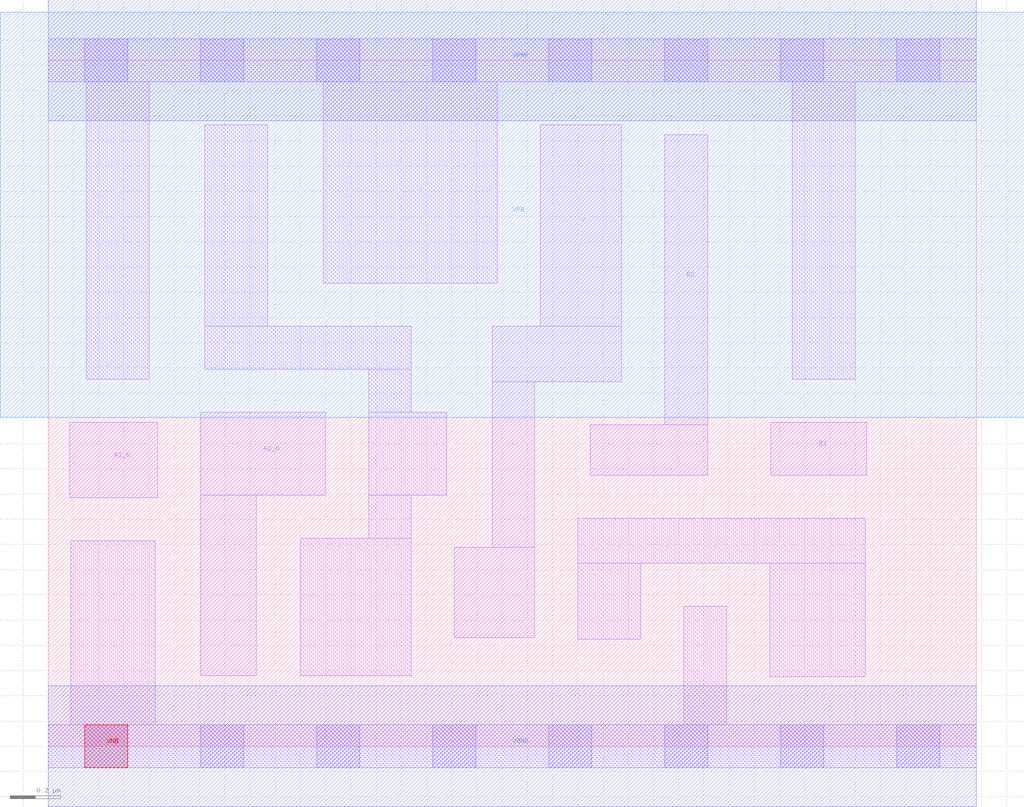
<source format=lef>
# Copyright 2020 The SkyWater PDK Authors
#
# Licensed under the Apache License, Version 2.0 (the "License");
# you may not use this file except in compliance with the License.
# You may obtain a copy of the License at
#
#     https://www.apache.org/licenses/LICENSE-2.0
#
# Unless required by applicable law or agreed to in writing, software
# distributed under the License is distributed on an "AS IS" BASIS,
# WITHOUT WARRANTIES OR CONDITIONS OF ANY KIND, either express or implied.
# See the License for the specific language governing permissions and
# limitations under the License.
#
# SPDX-License-Identifier: Apache-2.0

VERSION 5.7 ;
  NOWIREEXTENSIONATPIN ON ;
  DIVIDERCHAR "/" ;
  BUSBITCHARS "[]" ;
PROPERTYDEFINITIONS
  MACRO maskLayoutSubType STRING ;
  MACRO prCellType STRING ;
  MACRO originalViewName STRING ;
END PROPERTYDEFINITIONS
MACRO sky130_fd_sc_hdll__o2bb2ai_1
  CLASS CORE ;
  FOREIGN sky130_fd_sc_hdll__o2bb2ai_1 ;
  ORIGIN  0.000000  0.000000 ;
  SIZE  3.680000 BY  2.720000 ;
  SYMMETRY X Y R90 ;
  SITE unithd ;
  PIN A1_N
    ANTENNAGATEAREA  0.277500 ;
    DIRECTION INPUT ;
    USE SIGNAL ;
    PORT
      LAYER li1 ;
        RECT 0.085000 0.985000 0.435000 1.285000 ;
    END
  END A1_N
  PIN A2_N
    ANTENNAGATEAREA  0.277500 ;
    DIRECTION INPUT ;
    USE SIGNAL ;
    PORT
      LAYER li1 ;
        RECT 0.605000 0.280000 0.825000 0.995000 ;
        RECT 0.605000 0.995000 1.100000 1.325000 ;
    END
  END A2_N
  PIN B1
    ANTENNAGATEAREA  0.277500 ;
    DIRECTION INPUT ;
    USE SIGNAL ;
    PORT
      LAYER li1 ;
        RECT 2.865000 1.075000 3.245000 1.285000 ;
    END
  END B1
  PIN B2
    ANTENNAGATEAREA  0.277500 ;
    DIRECTION INPUT ;
    USE SIGNAL ;
    PORT
      LAYER li1 ;
        RECT 2.150000 1.075000 2.615000 1.275000 ;
        RECT 2.445000 1.275000 2.615000 2.425000 ;
    END
  END B2
  PIN VGND
    ANTENNADIFFAREA  0.386750 ;
    DIRECTION INOUT ;
    USE SIGNAL ;
    PORT
      LAYER met1 ;
        RECT 0.000000 -0.240000 3.680000 0.240000 ;
    END
  END VGND
  PIN VNB
    PORT
      LAYER pwell ;
        RECT 0.145000 -0.085000 0.315000 0.085000 ;
    END
  END VNB
  PIN VPB
    PORT
      LAYER nwell ;
        RECT -0.190000 1.305000 3.870000 2.910000 ;
    END
  END VPB
  PIN VPWR
    ANTENNADIFFAREA  1.275000 ;
    DIRECTION INOUT ;
    USE SIGNAL ;
    PORT
      LAYER met1 ;
        RECT 0.000000 2.480000 3.680000 2.960000 ;
    END
  END VPWR
  PIN Y
    ANTENNADIFFAREA  0.485500 ;
    DIRECTION OUTPUT ;
    USE SIGNAL ;
    PORT
      LAYER li1 ;
        RECT 1.610000 0.430000 1.930000 0.790000 ;
        RECT 1.760000 0.790000 1.930000 1.445000 ;
        RECT 1.760000 1.445000 2.275000 1.665000 ;
        RECT 1.950000 1.665000 2.275000 2.465000 ;
    END
  END Y
  OBS
    LAYER li1 ;
      RECT 0.000000 -0.085000 3.680000 0.085000 ;
      RECT 0.000000  2.635000 3.680000 2.805000 ;
      RECT 0.090000  0.085000 0.425000 0.815000 ;
      RECT 0.150000  1.455000 0.400000 2.635000 ;
      RECT 0.620000  1.495000 1.440000 1.665000 ;
      RECT 0.620000  1.665000 0.870000 2.465000 ;
      RECT 1.000000  0.280000 1.440000 0.825000 ;
      RECT 1.090000  1.835000 1.780000 2.635000 ;
      RECT 1.270000  0.825000 1.440000 0.995000 ;
      RECT 1.270000  0.995000 1.580000 1.325000 ;
      RECT 1.270000  1.325000 1.440000 1.495000 ;
      RECT 2.100000  0.425000 2.350000 0.725000 ;
      RECT 2.100000  0.725000 3.240000 0.905000 ;
      RECT 2.520000  0.085000 2.690000 0.555000 ;
      RECT 2.860000  0.275000 3.240000 0.725000 ;
      RECT 2.950000  1.455000 3.200000 2.635000 ;
    LAYER mcon ;
      RECT 0.145000 -0.085000 0.315000 0.085000 ;
      RECT 0.145000  2.635000 0.315000 2.805000 ;
      RECT 0.605000 -0.085000 0.775000 0.085000 ;
      RECT 0.605000  2.635000 0.775000 2.805000 ;
      RECT 1.065000 -0.085000 1.235000 0.085000 ;
      RECT 1.065000  2.635000 1.235000 2.805000 ;
      RECT 1.525000 -0.085000 1.695000 0.085000 ;
      RECT 1.525000  2.635000 1.695000 2.805000 ;
      RECT 1.985000 -0.085000 2.155000 0.085000 ;
      RECT 1.985000  2.635000 2.155000 2.805000 ;
      RECT 2.445000 -0.085000 2.615000 0.085000 ;
      RECT 2.445000  2.635000 2.615000 2.805000 ;
      RECT 2.905000 -0.085000 3.075000 0.085000 ;
      RECT 2.905000  2.635000 3.075000 2.805000 ;
      RECT 3.365000 -0.085000 3.535000 0.085000 ;
      RECT 3.365000  2.635000 3.535000 2.805000 ;
  END
  PROPERTY maskLayoutSubType "abstract" ;
  PROPERTY prCellType "standard" ;
  PROPERTY originalViewName "layout" ;
END sky130_fd_sc_hdll__o2bb2ai_1
END LIBRARY

</source>
